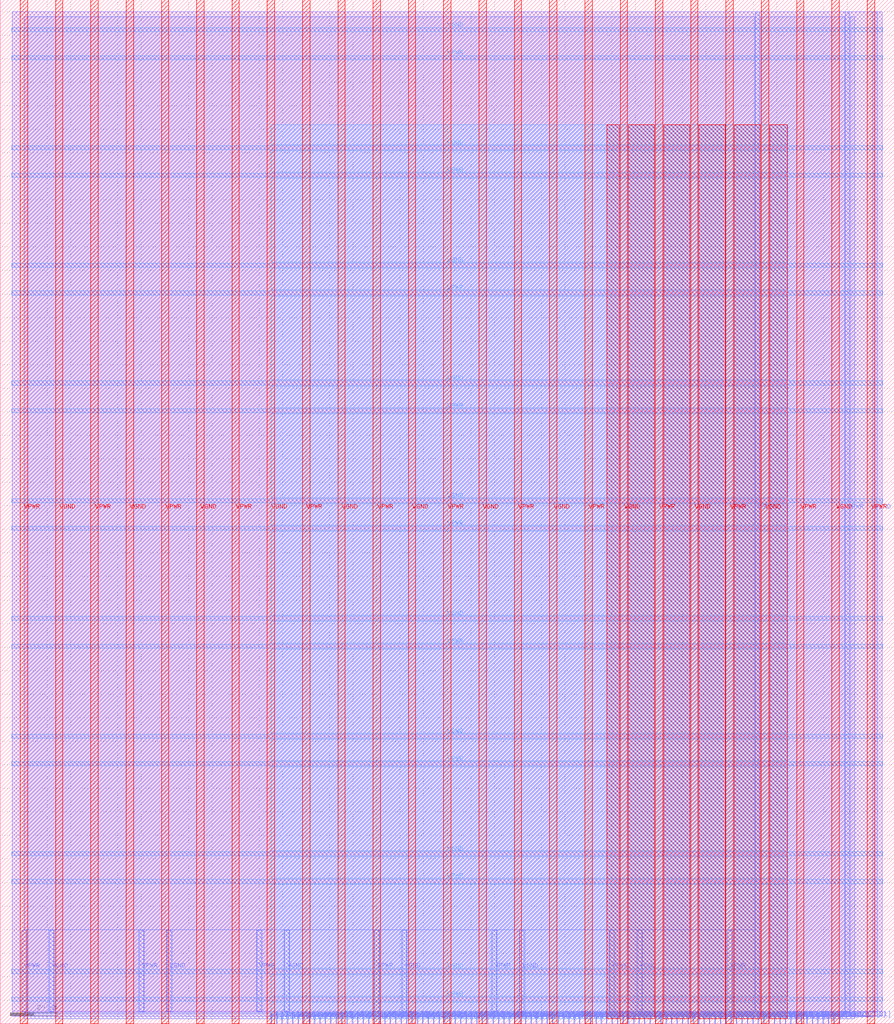
<source format=lef>
VERSION 5.7 ;
  NOWIREEXTENSIONATPIN ON ;
  DIVIDERCHAR "/" ;
  BUSBITCHARS "[]" ;
MACRO SRAM_1024x32
  CLASS BLOCK ;
  FOREIGN SRAM_1024x32 ;
  ORIGIN 0.000 0.000 ;
  SIZE 380.000 BY 435.000 ;
  PIN VGND
    DIRECTION INOUT ;
    USE GROUND ;
    PORT
      LAYER met2 ;
        RECT 20.940 5.200 22.700 39.720 ;
    END
    PORT
      LAYER met2 ;
        RECT 70.940 5.200 72.700 39.720 ;
    END
    PORT
      LAYER met2 ;
        RECT 120.940 5.200 122.700 39.720 ;
    END
    PORT
      LAYER met2 ;
        RECT 170.940 5.200 172.700 39.720 ;
    END
    PORT
      LAYER met2 ;
        RECT 220.940 5.200 222.700 39.720 ;
    END
    PORT
      LAYER met2 ;
        RECT 270.940 5.200 272.700 39.720 ;
    END
    PORT
      LAYER met2 ;
        RECT 320.940 5.200 322.700 430.000 ;
    END
    PORT
      LAYER met2 ;
        RECT 370.940 5.200 372.700 430.000 ;
    END
    PORT
      LAYER met3 ;
        RECT 4.820 21.320 375.140 23.080 ;
    END
    PORT
      LAYER met3 ;
        RECT 4.820 71.320 375.140 73.080 ;
    END
    PORT
      LAYER met3 ;
        RECT 4.820 121.320 375.140 123.080 ;
    END
    PORT
      LAYER met3 ;
        RECT 4.820 171.320 375.140 173.080 ;
    END
    PORT
      LAYER met3 ;
        RECT 4.820 221.320 375.140 223.080 ;
    END
    PORT
      LAYER met3 ;
        RECT 4.820 271.320 375.140 273.080 ;
    END
    PORT
      LAYER met3 ;
        RECT 4.820 321.320 375.140 323.080 ;
    END
    PORT
      LAYER met3 ;
        RECT 4.820 371.320 375.140 373.080 ;
    END
    PORT
      LAYER met3 ;
        RECT 4.820 421.320 375.140 423.080 ;
    END
    PORT
      LAYER met4 ;
        RECT 23.510 0.000 26.610 435.000 ;
    END
    PORT
      LAYER met4 ;
        RECT 53.510 0.000 56.610 435.000 ;
    END
    PORT
      LAYER met4 ;
        RECT 83.510 0.000 86.610 435.000 ;
    END
    PORT
      LAYER met4 ;
        RECT 113.510 0.000 116.610 435.000 ;
    END
    PORT
      LAYER met4 ;
        RECT 143.510 0.000 146.610 435.000 ;
    END
    PORT
      LAYER met4 ;
        RECT 173.510 0.000 176.610 435.000 ;
    END
    PORT
      LAYER met4 ;
        RECT 203.510 0.000 206.610 435.000 ;
    END
    PORT
      LAYER met4 ;
        RECT 233.510 0.000 236.610 435.000 ;
    END
    PORT
      LAYER met4 ;
        RECT 263.510 0.000 266.610 435.000 ;
    END
    PORT
      LAYER met4 ;
        RECT 293.510 0.000 296.610 435.000 ;
    END
    PORT
      LAYER met4 ;
        RECT 323.510 0.000 326.610 435.000 ;
    END
    PORT
      LAYER met4 ;
        RECT 353.510 0.000 356.610 435.000 ;
    END
  END VGND
  PIN VPWR
    DIRECTION INOUT ;
    USE POWER ;
    PORT
      LAYER met2 ;
        RECT 9.180 5.200 10.940 39.720 ;
    END
    PORT
      LAYER met2 ;
        RECT 59.180 5.200 60.940 39.720 ;
    END
    PORT
      LAYER met2 ;
        RECT 109.180 5.200 110.940 39.720 ;
    END
    PORT
      LAYER met2 ;
        RECT 159.180 5.200 160.940 39.720 ;
    END
    PORT
      LAYER met2 ;
        RECT 209.180 5.200 210.940 39.720 ;
    END
    PORT
      LAYER met2 ;
        RECT 259.180 5.200 260.940 39.720 ;
    END
    PORT
      LAYER met2 ;
        RECT 309.180 5.200 310.940 39.720 ;
    END
    PORT
      LAYER met2 ;
        RECT 359.180 5.200 360.940 430.000 ;
    END
    PORT
      LAYER met3 ;
        RECT 4.820 9.560 375.140 11.320 ;
    END
    PORT
      LAYER met3 ;
        RECT 4.820 59.560 375.140 61.320 ;
    END
    PORT
      LAYER met3 ;
        RECT 4.820 109.560 375.140 111.320 ;
    END
    PORT
      LAYER met3 ;
        RECT 4.820 159.560 375.140 161.320 ;
    END
    PORT
      LAYER met3 ;
        RECT 4.820 209.560 375.140 211.320 ;
    END
    PORT
      LAYER met3 ;
        RECT 4.820 259.560 375.140 261.320 ;
    END
    PORT
      LAYER met3 ;
        RECT 4.820 309.560 375.140 311.320 ;
    END
    PORT
      LAYER met3 ;
        RECT 4.820 359.560 375.140 361.320 ;
    END
    PORT
      LAYER met3 ;
        RECT 4.820 409.560 375.140 411.320 ;
    END
    PORT
      LAYER met4 ;
        RECT 8.510 0.000 11.610 435.000 ;
    END
    PORT
      LAYER met4 ;
        RECT 38.510 0.000 41.610 435.000 ;
    END
    PORT
      LAYER met4 ;
        RECT 68.510 0.000 71.610 435.000 ;
    END
    PORT
      LAYER met4 ;
        RECT 98.510 0.000 101.610 435.000 ;
    END
    PORT
      LAYER met4 ;
        RECT 128.510 0.000 131.610 435.000 ;
    END
    PORT
      LAYER met4 ;
        RECT 158.510 0.000 161.610 435.000 ;
    END
    PORT
      LAYER met4 ;
        RECT 188.510 0.000 191.610 435.000 ;
    END
    PORT
      LAYER met4 ;
        RECT 218.510 0.000 221.610 435.000 ;
    END
    PORT
      LAYER met4 ;
        RECT 248.510 0.000 251.610 435.000 ;
    END
    PORT
      LAYER met4 ;
        RECT 278.510 0.000 281.610 435.000 ;
    END
    PORT
      LAYER met4 ;
        RECT 308.510 0.000 311.610 435.000 ;
    END
    PORT
      LAYER met4 ;
        RECT 338.510 0.000 341.610 435.000 ;
    END
    PORT
      LAYER met4 ;
        RECT 368.510 0.000 371.610 435.000 ;
    END
  END VPWR
  PIN wb_clk_i
    DIRECTION INPUT ;
    USE SIGNAL ;
    ANTENNAGATEAREA 0.852000 ;
    PORT
      LAYER met2 ;
        RECT 115.090 0.000 115.370 4.000 ;
    END
  END wb_clk_i
  PIN wb_rst_i
    DIRECTION INPUT ;
    USE SIGNAL ;
    ANTENNAGATEAREA 0.196500 ;
    PORT
      LAYER met2 ;
        RECT 117.390 0.000 117.670 4.000 ;
    END
  END wb_rst_i
  PIN wbs_ack_o
    DIRECTION OUTPUT TRISTATE ;
    USE SIGNAL ;
    ANTENNADIFFAREA 2.673000 ;
    PORT
      LAYER met2 ;
        RECT 119.690 0.000 119.970 4.000 ;
    END
  END wbs_ack_o
  PIN wbs_adr_i[0]
    DIRECTION INPUT ;
    USE SIGNAL ;
    ANTENNAGATEAREA 0.126000 ;
    PORT
      LAYER met2 ;
        RECT 128.890 0.000 129.170 4.000 ;
    END
  END wbs_adr_i[0]
  PIN wbs_adr_i[10]
    DIRECTION INPUT ;
    USE SIGNAL ;
    PORT
      LAYER met2 ;
        RECT 207.090 0.000 207.370 4.000 ;
    END
  END wbs_adr_i[10]
  PIN wbs_adr_i[11]
    DIRECTION INPUT ;
    USE SIGNAL ;
    PORT
      LAYER met2 ;
        RECT 213.990 0.000 214.270 4.000 ;
    END
  END wbs_adr_i[11]
  PIN wbs_adr_i[12]
    DIRECTION INPUT ;
    USE SIGNAL ;
    PORT
      LAYER met2 ;
        RECT 220.890 0.000 221.170 4.000 ;
    END
  END wbs_adr_i[12]
  PIN wbs_adr_i[13]
    DIRECTION INPUT ;
    USE SIGNAL ;
    PORT
      LAYER met2 ;
        RECT 227.790 0.000 228.070 4.000 ;
    END
  END wbs_adr_i[13]
  PIN wbs_adr_i[14]
    DIRECTION INPUT ;
    USE SIGNAL ;
    PORT
      LAYER met2 ;
        RECT 234.690 0.000 234.970 4.000 ;
    END
  END wbs_adr_i[14]
  PIN wbs_adr_i[15]
    DIRECTION INPUT ;
    USE SIGNAL ;
    PORT
      LAYER met2 ;
        RECT 241.590 0.000 241.870 4.000 ;
    END
  END wbs_adr_i[15]
  PIN wbs_adr_i[16]
    DIRECTION INPUT ;
    USE SIGNAL ;
    PORT
      LAYER met2 ;
        RECT 248.490 0.000 248.770 4.000 ;
    END
  END wbs_adr_i[16]
  PIN wbs_adr_i[17]
    DIRECTION INPUT ;
    USE SIGNAL ;
    PORT
      LAYER met2 ;
        RECT 255.390 0.000 255.670 4.000 ;
    END
  END wbs_adr_i[17]
  PIN wbs_adr_i[18]
    DIRECTION INPUT ;
    USE SIGNAL ;
    PORT
      LAYER met2 ;
        RECT 262.290 0.000 262.570 4.000 ;
    END
  END wbs_adr_i[18]
  PIN wbs_adr_i[19]
    DIRECTION INPUT ;
    USE SIGNAL ;
    PORT
      LAYER met2 ;
        RECT 269.190 0.000 269.470 4.000 ;
    END
  END wbs_adr_i[19]
  PIN wbs_adr_i[1]
    DIRECTION INPUT ;
    USE SIGNAL ;
    ANTENNAGATEAREA 0.126000 ;
    PORT
      LAYER met2 ;
        RECT 138.090 0.000 138.370 4.000 ;
    END
  END wbs_adr_i[1]
  PIN wbs_adr_i[20]
    DIRECTION INPUT ;
    USE SIGNAL ;
    PORT
      LAYER met2 ;
        RECT 276.090 0.000 276.370 4.000 ;
    END
  END wbs_adr_i[20]
  PIN wbs_adr_i[21]
    DIRECTION INPUT ;
    USE SIGNAL ;
    PORT
      LAYER met2 ;
        RECT 282.990 0.000 283.270 4.000 ;
    END
  END wbs_adr_i[21]
  PIN wbs_adr_i[22]
    DIRECTION INPUT ;
    USE SIGNAL ;
    PORT
      LAYER met2 ;
        RECT 289.890 0.000 290.170 4.000 ;
    END
  END wbs_adr_i[22]
  PIN wbs_adr_i[23]
    DIRECTION INPUT ;
    USE SIGNAL ;
    PORT
      LAYER met2 ;
        RECT 296.790 0.000 297.070 4.000 ;
    END
  END wbs_adr_i[23]
  PIN wbs_adr_i[24]
    DIRECTION INPUT ;
    USE SIGNAL ;
    PORT
      LAYER met2 ;
        RECT 303.690 0.000 303.970 4.000 ;
    END
  END wbs_adr_i[24]
  PIN wbs_adr_i[25]
    DIRECTION INPUT ;
    USE SIGNAL ;
    PORT
      LAYER met2 ;
        RECT 310.590 0.000 310.870 4.000 ;
    END
  END wbs_adr_i[25]
  PIN wbs_adr_i[26]
    DIRECTION INPUT ;
    USE SIGNAL ;
    PORT
      LAYER met2 ;
        RECT 317.490 0.000 317.770 4.000 ;
    END
  END wbs_adr_i[26]
  PIN wbs_adr_i[27]
    DIRECTION INPUT ;
    USE SIGNAL ;
    PORT
      LAYER met2 ;
        RECT 324.390 0.000 324.670 4.000 ;
    END
  END wbs_adr_i[27]
  PIN wbs_adr_i[28]
    DIRECTION INPUT ;
    USE SIGNAL ;
    PORT
      LAYER met2 ;
        RECT 331.290 0.000 331.570 4.000 ;
    END
  END wbs_adr_i[28]
  PIN wbs_adr_i[29]
    DIRECTION INPUT ;
    USE SIGNAL ;
    PORT
      LAYER met2 ;
        RECT 338.190 0.000 338.470 4.000 ;
    END
  END wbs_adr_i[29]
  PIN wbs_adr_i[2]
    DIRECTION INPUT ;
    USE SIGNAL ;
    ANTENNAGATEAREA 0.126000 ;
    PORT
      LAYER met2 ;
        RECT 147.290 0.000 147.570 4.000 ;
    END
  END wbs_adr_i[2]
  PIN wbs_adr_i[30]
    DIRECTION INPUT ;
    USE SIGNAL ;
    PORT
      LAYER met2 ;
        RECT 345.090 0.000 345.370 4.000 ;
    END
  END wbs_adr_i[30]
  PIN wbs_adr_i[31]
    DIRECTION INPUT ;
    USE SIGNAL ;
    PORT
      LAYER met2 ;
        RECT 351.990 0.000 352.270 4.000 ;
    END
  END wbs_adr_i[31]
  PIN wbs_adr_i[3]
    DIRECTION INPUT ;
    USE SIGNAL ;
    ANTENNAGATEAREA 0.126000 ;
    PORT
      LAYER met2 ;
        RECT 156.490 0.000 156.770 4.000 ;
    END
  END wbs_adr_i[3]
  PIN wbs_adr_i[4]
    DIRECTION INPUT ;
    USE SIGNAL ;
    ANTENNAGATEAREA 0.126000 ;
    PORT
      LAYER met2 ;
        RECT 165.690 0.000 165.970 4.000 ;
    END
  END wbs_adr_i[4]
  PIN wbs_adr_i[5]
    DIRECTION INPUT ;
    USE SIGNAL ;
    ANTENNAGATEAREA 0.126000 ;
    PORT
      LAYER met2 ;
        RECT 172.590 0.000 172.870 4.000 ;
    END
  END wbs_adr_i[5]
  PIN wbs_adr_i[6]
    DIRECTION INPUT ;
    USE SIGNAL ;
    ANTENNAGATEAREA 0.126000 ;
    PORT
      LAYER met2 ;
        RECT 179.490 0.000 179.770 4.000 ;
    END
  END wbs_adr_i[6]
  PIN wbs_adr_i[7]
    DIRECTION INPUT ;
    USE SIGNAL ;
    ANTENNAGATEAREA 0.126000 ;
    PORT
      LAYER met2 ;
        RECT 186.390 0.000 186.670 4.000 ;
    END
  END wbs_adr_i[7]
  PIN wbs_adr_i[8]
    DIRECTION INPUT ;
    USE SIGNAL ;
    ANTENNAGATEAREA 0.126000 ;
    PORT
      LAYER met2 ;
        RECT 193.290 0.000 193.570 4.000 ;
    END
  END wbs_adr_i[8]
  PIN wbs_adr_i[9]
    DIRECTION INPUT ;
    USE SIGNAL ;
    ANTENNAGATEAREA 0.126000 ;
    PORT
      LAYER met2 ;
        RECT 200.190 0.000 200.470 4.000 ;
    END
  END wbs_adr_i[9]
  PIN wbs_cyc_i
    DIRECTION INPUT ;
    USE SIGNAL ;
    ANTENNAGATEAREA 0.196500 ;
    PORT
      LAYER met2 ;
        RECT 121.990 0.000 122.270 4.000 ;
    END
  END wbs_cyc_i
  PIN wbs_dat_i[0]
    DIRECTION INPUT ;
    USE SIGNAL ;
    ANTENNAGATEAREA 0.126000 ;
    PORT
      LAYER met2 ;
        RECT 131.190 0.000 131.470 4.000 ;
    END
  END wbs_dat_i[0]
  PIN wbs_dat_i[10]
    DIRECTION INPUT ;
    USE SIGNAL ;
    ANTENNAGATEAREA 0.126000 ;
    PORT
      LAYER met2 ;
        RECT 209.390 0.000 209.670 4.000 ;
    END
  END wbs_dat_i[10]
  PIN wbs_dat_i[11]
    DIRECTION INPUT ;
    USE SIGNAL ;
    ANTENNAGATEAREA 0.126000 ;
    PORT
      LAYER met2 ;
        RECT 216.290 0.000 216.570 4.000 ;
    END
  END wbs_dat_i[11]
  PIN wbs_dat_i[12]
    DIRECTION INPUT ;
    USE SIGNAL ;
    ANTENNAGATEAREA 0.126000 ;
    PORT
      LAYER met2 ;
        RECT 223.190 0.000 223.470 4.000 ;
    END
  END wbs_dat_i[12]
  PIN wbs_dat_i[13]
    DIRECTION INPUT ;
    USE SIGNAL ;
    ANTENNAGATEAREA 0.126000 ;
    PORT
      LAYER met2 ;
        RECT 230.090 0.000 230.370 4.000 ;
    END
  END wbs_dat_i[13]
  PIN wbs_dat_i[14]
    DIRECTION INPUT ;
    USE SIGNAL ;
    ANTENNAGATEAREA 0.126000 ;
    PORT
      LAYER met2 ;
        RECT 236.990 0.000 237.270 4.000 ;
    END
  END wbs_dat_i[14]
  PIN wbs_dat_i[15]
    DIRECTION INPUT ;
    USE SIGNAL ;
    ANTENNAGATEAREA 0.126000 ;
    PORT
      LAYER met2 ;
        RECT 243.890 0.000 244.170 4.000 ;
    END
  END wbs_dat_i[15]
  PIN wbs_dat_i[16]
    DIRECTION INPUT ;
    USE SIGNAL ;
    ANTENNAGATEAREA 0.126000 ;
    PORT
      LAYER met2 ;
        RECT 250.790 0.000 251.070 4.000 ;
    END
  END wbs_dat_i[16]
  PIN wbs_dat_i[17]
    DIRECTION INPUT ;
    USE SIGNAL ;
    ANTENNAGATEAREA 0.126000 ;
    PORT
      LAYER met2 ;
        RECT 257.690 0.000 257.970 4.000 ;
    END
  END wbs_dat_i[17]
  PIN wbs_dat_i[18]
    DIRECTION INPUT ;
    USE SIGNAL ;
    ANTENNAGATEAREA 0.126000 ;
    PORT
      LAYER met2 ;
        RECT 264.590 0.000 264.870 4.000 ;
    END
  END wbs_dat_i[18]
  PIN wbs_dat_i[19]
    DIRECTION INPUT ;
    USE SIGNAL ;
    ANTENNAGATEAREA 0.126000 ;
    PORT
      LAYER met2 ;
        RECT 271.490 0.000 271.770 4.000 ;
    END
  END wbs_dat_i[19]
  PIN wbs_dat_i[1]
    DIRECTION INPUT ;
    USE SIGNAL ;
    ANTENNAGATEAREA 0.126000 ;
    PORT
      LAYER met2 ;
        RECT 140.390 0.000 140.670 4.000 ;
    END
  END wbs_dat_i[1]
  PIN wbs_dat_i[20]
    DIRECTION INPUT ;
    USE SIGNAL ;
    ANTENNAGATEAREA 0.126000 ;
    PORT
      LAYER met2 ;
        RECT 278.390 0.000 278.670 4.000 ;
    END
  END wbs_dat_i[20]
  PIN wbs_dat_i[21]
    DIRECTION INPUT ;
    USE SIGNAL ;
    ANTENNAGATEAREA 0.126000 ;
    PORT
      LAYER met2 ;
        RECT 285.290 0.000 285.570 4.000 ;
    END
  END wbs_dat_i[21]
  PIN wbs_dat_i[22]
    DIRECTION INPUT ;
    USE SIGNAL ;
    ANTENNAGATEAREA 0.126000 ;
    PORT
      LAYER met2 ;
        RECT 292.190 0.000 292.470 4.000 ;
    END
  END wbs_dat_i[22]
  PIN wbs_dat_i[23]
    DIRECTION INPUT ;
    USE SIGNAL ;
    ANTENNAGATEAREA 0.126000 ;
    PORT
      LAYER met2 ;
        RECT 299.090 0.000 299.370 4.000 ;
    END
  END wbs_dat_i[23]
  PIN wbs_dat_i[24]
    DIRECTION INPUT ;
    USE SIGNAL ;
    ANTENNAGATEAREA 0.126000 ;
    PORT
      LAYER met2 ;
        RECT 305.990 0.000 306.270 4.000 ;
    END
  END wbs_dat_i[24]
  PIN wbs_dat_i[25]
    DIRECTION INPUT ;
    USE SIGNAL ;
    ANTENNAGATEAREA 0.126000 ;
    PORT
      LAYER met2 ;
        RECT 312.890 0.000 313.170 4.000 ;
    END
  END wbs_dat_i[25]
  PIN wbs_dat_i[26]
    DIRECTION INPUT ;
    USE SIGNAL ;
    ANTENNAGATEAREA 0.126000 ;
    PORT
      LAYER met2 ;
        RECT 319.790 0.000 320.070 4.000 ;
    END
  END wbs_dat_i[26]
  PIN wbs_dat_i[27]
    DIRECTION INPUT ;
    USE SIGNAL ;
    ANTENNAGATEAREA 0.126000 ;
    PORT
      LAYER met2 ;
        RECT 326.690 0.000 326.970 4.000 ;
    END
  END wbs_dat_i[27]
  PIN wbs_dat_i[28]
    DIRECTION INPUT ;
    USE SIGNAL ;
    ANTENNAGATEAREA 0.126000 ;
    PORT
      LAYER met2 ;
        RECT 333.590 0.000 333.870 4.000 ;
    END
  END wbs_dat_i[28]
  PIN wbs_dat_i[29]
    DIRECTION INPUT ;
    USE SIGNAL ;
    ANTENNAGATEAREA 0.126000 ;
    PORT
      LAYER met2 ;
        RECT 340.490 0.000 340.770 4.000 ;
    END
  END wbs_dat_i[29]
  PIN wbs_dat_i[2]
    DIRECTION INPUT ;
    USE SIGNAL ;
    ANTENNAGATEAREA 0.126000 ;
    PORT
      LAYER met2 ;
        RECT 149.590 0.000 149.870 4.000 ;
    END
  END wbs_dat_i[2]
  PIN wbs_dat_i[30]
    DIRECTION INPUT ;
    USE SIGNAL ;
    ANTENNAGATEAREA 0.126000 ;
    PORT
      LAYER met2 ;
        RECT 347.390 0.000 347.670 4.000 ;
    END
  END wbs_dat_i[30]
  PIN wbs_dat_i[31]
    DIRECTION INPUT ;
    USE SIGNAL ;
    ANTENNAGATEAREA 0.126000 ;
    PORT
      LAYER met2 ;
        RECT 354.290 0.000 354.570 4.000 ;
    END
  END wbs_dat_i[31]
  PIN wbs_dat_i[3]
    DIRECTION INPUT ;
    USE SIGNAL ;
    ANTENNAGATEAREA 0.126000 ;
    PORT
      LAYER met2 ;
        RECT 158.790 0.000 159.070 4.000 ;
    END
  END wbs_dat_i[3]
  PIN wbs_dat_i[4]
    DIRECTION INPUT ;
    USE SIGNAL ;
    ANTENNAGATEAREA 0.126000 ;
    PORT
      LAYER met2 ;
        RECT 167.990 0.000 168.270 4.000 ;
    END
  END wbs_dat_i[4]
  PIN wbs_dat_i[5]
    DIRECTION INPUT ;
    USE SIGNAL ;
    ANTENNAGATEAREA 0.126000 ;
    PORT
      LAYER met2 ;
        RECT 174.890 0.000 175.170 4.000 ;
    END
  END wbs_dat_i[5]
  PIN wbs_dat_i[6]
    DIRECTION INPUT ;
    USE SIGNAL ;
    ANTENNAGATEAREA 0.126000 ;
    PORT
      LAYER met2 ;
        RECT 181.790 0.000 182.070 4.000 ;
    END
  END wbs_dat_i[6]
  PIN wbs_dat_i[7]
    DIRECTION INPUT ;
    USE SIGNAL ;
    ANTENNAGATEAREA 0.126000 ;
    PORT
      LAYER met2 ;
        RECT 188.690 0.000 188.970 4.000 ;
    END
  END wbs_dat_i[7]
  PIN wbs_dat_i[8]
    DIRECTION INPUT ;
    USE SIGNAL ;
    ANTENNAGATEAREA 0.126000 ;
    PORT
      LAYER met2 ;
        RECT 195.590 0.000 195.870 4.000 ;
    END
  END wbs_dat_i[8]
  PIN wbs_dat_i[9]
    DIRECTION INPUT ;
    USE SIGNAL ;
    ANTENNAGATEAREA 0.126000 ;
    PORT
      LAYER met2 ;
        RECT 202.490 0.000 202.770 4.000 ;
    END
  END wbs_dat_i[9]
  PIN wbs_dat_o[0]
    DIRECTION OUTPUT TRISTATE ;
    USE SIGNAL ;
    ANTENNADIFFAREA 2.673000 ;
    PORT
      LAYER met2 ;
        RECT 133.490 0.000 133.770 4.000 ;
    END
  END wbs_dat_o[0]
  PIN wbs_dat_o[10]
    DIRECTION OUTPUT TRISTATE ;
    USE SIGNAL ;
    ANTENNADIFFAREA 2.673000 ;
    PORT
      LAYER met2 ;
        RECT 211.690 0.000 211.970 4.000 ;
    END
  END wbs_dat_o[10]
  PIN wbs_dat_o[11]
    DIRECTION OUTPUT TRISTATE ;
    USE SIGNAL ;
    ANTENNADIFFAREA 2.673000 ;
    PORT
      LAYER met2 ;
        RECT 218.590 0.000 218.870 4.000 ;
    END
  END wbs_dat_o[11]
  PIN wbs_dat_o[12]
    DIRECTION OUTPUT TRISTATE ;
    USE SIGNAL ;
    ANTENNADIFFAREA 2.673000 ;
    PORT
      LAYER met2 ;
        RECT 225.490 0.000 225.770 4.000 ;
    END
  END wbs_dat_o[12]
  PIN wbs_dat_o[13]
    DIRECTION OUTPUT TRISTATE ;
    USE SIGNAL ;
    ANTENNADIFFAREA 2.673000 ;
    PORT
      LAYER met2 ;
        RECT 232.390 0.000 232.670 4.000 ;
    END
  END wbs_dat_o[13]
  PIN wbs_dat_o[14]
    DIRECTION OUTPUT TRISTATE ;
    USE SIGNAL ;
    ANTENNADIFFAREA 2.673000 ;
    PORT
      LAYER met2 ;
        RECT 239.290 0.000 239.570 4.000 ;
    END
  END wbs_dat_o[14]
  PIN wbs_dat_o[15]
    DIRECTION OUTPUT TRISTATE ;
    USE SIGNAL ;
    ANTENNADIFFAREA 2.673000 ;
    PORT
      LAYER met2 ;
        RECT 246.190 0.000 246.470 4.000 ;
    END
  END wbs_dat_o[15]
  PIN wbs_dat_o[16]
    DIRECTION OUTPUT TRISTATE ;
    USE SIGNAL ;
    ANTENNADIFFAREA 2.673000 ;
    PORT
      LAYER met2 ;
        RECT 253.090 0.000 253.370 4.000 ;
    END
  END wbs_dat_o[16]
  PIN wbs_dat_o[17]
    DIRECTION OUTPUT TRISTATE ;
    USE SIGNAL ;
    ANTENNADIFFAREA 2.673000 ;
    PORT
      LAYER met2 ;
        RECT 259.990 0.000 260.270 4.000 ;
    END
  END wbs_dat_o[17]
  PIN wbs_dat_o[18]
    DIRECTION OUTPUT TRISTATE ;
    USE SIGNAL ;
    ANTENNADIFFAREA 2.673000 ;
    PORT
      LAYER met2 ;
        RECT 266.890 0.000 267.170 4.000 ;
    END
  END wbs_dat_o[18]
  PIN wbs_dat_o[19]
    DIRECTION OUTPUT TRISTATE ;
    USE SIGNAL ;
    ANTENNADIFFAREA 2.673000 ;
    PORT
      LAYER met2 ;
        RECT 273.790 0.000 274.070 4.000 ;
    END
  END wbs_dat_o[19]
  PIN wbs_dat_o[1]
    DIRECTION OUTPUT TRISTATE ;
    USE SIGNAL ;
    ANTENNADIFFAREA 2.673000 ;
    PORT
      LAYER met2 ;
        RECT 142.690 0.000 142.970 4.000 ;
    END
  END wbs_dat_o[1]
  PIN wbs_dat_o[20]
    DIRECTION OUTPUT TRISTATE ;
    USE SIGNAL ;
    ANTENNADIFFAREA 2.673000 ;
    PORT
      LAYER met2 ;
        RECT 280.690 0.000 280.970 4.000 ;
    END
  END wbs_dat_o[20]
  PIN wbs_dat_o[21]
    DIRECTION OUTPUT TRISTATE ;
    USE SIGNAL ;
    ANTENNADIFFAREA 2.673000 ;
    PORT
      LAYER met2 ;
        RECT 287.590 0.000 287.870 4.000 ;
    END
  END wbs_dat_o[21]
  PIN wbs_dat_o[22]
    DIRECTION OUTPUT TRISTATE ;
    USE SIGNAL ;
    ANTENNADIFFAREA 2.673000 ;
    PORT
      LAYER met2 ;
        RECT 294.490 0.000 294.770 4.000 ;
    END
  END wbs_dat_o[22]
  PIN wbs_dat_o[23]
    DIRECTION OUTPUT TRISTATE ;
    USE SIGNAL ;
    ANTENNADIFFAREA 2.673000 ;
    PORT
      LAYER met2 ;
        RECT 301.390 0.000 301.670 4.000 ;
    END
  END wbs_dat_o[23]
  PIN wbs_dat_o[24]
    DIRECTION OUTPUT TRISTATE ;
    USE SIGNAL ;
    ANTENNADIFFAREA 2.673000 ;
    PORT
      LAYER met2 ;
        RECT 308.290 0.000 308.570 4.000 ;
    END
  END wbs_dat_o[24]
  PIN wbs_dat_o[25]
    DIRECTION OUTPUT TRISTATE ;
    USE SIGNAL ;
    ANTENNADIFFAREA 2.673000 ;
    PORT
      LAYER met2 ;
        RECT 315.190 0.000 315.470 4.000 ;
    END
  END wbs_dat_o[25]
  PIN wbs_dat_o[26]
    DIRECTION OUTPUT TRISTATE ;
    USE SIGNAL ;
    ANTENNADIFFAREA 2.673000 ;
    PORT
      LAYER met2 ;
        RECT 322.090 0.000 322.370 4.000 ;
    END
  END wbs_dat_o[26]
  PIN wbs_dat_o[27]
    DIRECTION OUTPUT TRISTATE ;
    USE SIGNAL ;
    ANTENNADIFFAREA 2.673000 ;
    PORT
      LAYER met2 ;
        RECT 328.990 0.000 329.270 4.000 ;
    END
  END wbs_dat_o[27]
  PIN wbs_dat_o[28]
    DIRECTION OUTPUT TRISTATE ;
    USE SIGNAL ;
    ANTENNADIFFAREA 2.673000 ;
    PORT
      LAYER met2 ;
        RECT 335.890 0.000 336.170 4.000 ;
    END
  END wbs_dat_o[28]
  PIN wbs_dat_o[29]
    DIRECTION OUTPUT TRISTATE ;
    USE SIGNAL ;
    ANTENNADIFFAREA 2.673000 ;
    PORT
      LAYER met2 ;
        RECT 342.790 0.000 343.070 4.000 ;
    END
  END wbs_dat_o[29]
  PIN wbs_dat_o[2]
    DIRECTION OUTPUT TRISTATE ;
    USE SIGNAL ;
    ANTENNADIFFAREA 2.673000 ;
    PORT
      LAYER met2 ;
        RECT 151.890 0.000 152.170 4.000 ;
    END
  END wbs_dat_o[2]
  PIN wbs_dat_o[30]
    DIRECTION OUTPUT TRISTATE ;
    USE SIGNAL ;
    ANTENNADIFFAREA 2.673000 ;
    PORT
      LAYER met2 ;
        RECT 349.690 0.000 349.970 4.000 ;
    END
  END wbs_dat_o[30]
  PIN wbs_dat_o[31]
    DIRECTION OUTPUT TRISTATE ;
    USE SIGNAL ;
    ANTENNADIFFAREA 2.673000 ;
    PORT
      LAYER met2 ;
        RECT 356.590 0.000 356.870 4.000 ;
    END
  END wbs_dat_o[31]
  PIN wbs_dat_o[3]
    DIRECTION OUTPUT TRISTATE ;
    USE SIGNAL ;
    ANTENNADIFFAREA 2.673000 ;
    PORT
      LAYER met2 ;
        RECT 161.090 0.000 161.370 4.000 ;
    END
  END wbs_dat_o[3]
  PIN wbs_dat_o[4]
    DIRECTION OUTPUT TRISTATE ;
    USE SIGNAL ;
    ANTENNADIFFAREA 2.673000 ;
    PORT
      LAYER met2 ;
        RECT 170.290 0.000 170.570 4.000 ;
    END
  END wbs_dat_o[4]
  PIN wbs_dat_o[5]
    DIRECTION OUTPUT TRISTATE ;
    USE SIGNAL ;
    ANTENNADIFFAREA 2.673000 ;
    PORT
      LAYER met2 ;
        RECT 177.190 0.000 177.470 4.000 ;
    END
  END wbs_dat_o[5]
  PIN wbs_dat_o[6]
    DIRECTION OUTPUT TRISTATE ;
    USE SIGNAL ;
    ANTENNADIFFAREA 2.673000 ;
    PORT
      LAYER met2 ;
        RECT 184.090 0.000 184.370 4.000 ;
    END
  END wbs_dat_o[6]
  PIN wbs_dat_o[7]
    DIRECTION OUTPUT TRISTATE ;
    USE SIGNAL ;
    ANTENNADIFFAREA 2.673000 ;
    PORT
      LAYER met2 ;
        RECT 190.990 0.000 191.270 4.000 ;
    END
  END wbs_dat_o[7]
  PIN wbs_dat_o[8]
    DIRECTION OUTPUT TRISTATE ;
    USE SIGNAL ;
    ANTENNADIFFAREA 2.673000 ;
    PORT
      LAYER met2 ;
        RECT 197.890 0.000 198.170 4.000 ;
    END
  END wbs_dat_o[8]
  PIN wbs_dat_o[9]
    DIRECTION OUTPUT TRISTATE ;
    USE SIGNAL ;
    ANTENNADIFFAREA 2.673000 ;
    PORT
      LAYER met2 ;
        RECT 204.790 0.000 205.070 4.000 ;
    END
  END wbs_dat_o[9]
  PIN wbs_sel_i[0]
    DIRECTION INPUT ;
    USE SIGNAL ;
    ANTENNAGATEAREA 0.126000 ;
    PORT
      LAYER met2 ;
        RECT 135.790 0.000 136.070 4.000 ;
    END
  END wbs_sel_i[0]
  PIN wbs_sel_i[1]
    DIRECTION INPUT ;
    USE SIGNAL ;
    ANTENNAGATEAREA 0.126000 ;
    PORT
      LAYER met2 ;
        RECT 144.990 0.000 145.270 4.000 ;
    END
  END wbs_sel_i[1]
  PIN wbs_sel_i[2]
    DIRECTION INPUT ;
    USE SIGNAL ;
    ANTENNAGATEAREA 0.126000 ;
    PORT
      LAYER met2 ;
        RECT 154.190 0.000 154.470 4.000 ;
    END
  END wbs_sel_i[2]
  PIN wbs_sel_i[3]
    DIRECTION INPUT ;
    USE SIGNAL ;
    ANTENNAGATEAREA 0.126000 ;
    PORT
      LAYER met2 ;
        RECT 163.390 0.000 163.670 4.000 ;
    END
  END wbs_sel_i[3]
  PIN wbs_stb_i
    DIRECTION INPUT ;
    USE SIGNAL ;
    ANTENNAGATEAREA 0.196500 ;
    PORT
      LAYER met2 ;
        RECT 124.290 0.000 124.570 4.000 ;
    END
  END wbs_stb_i
  PIN wbs_we_i
    DIRECTION INPUT ;
    USE SIGNAL ;
    ANTENNAGATEAREA 0.126000 ;
    PORT
      LAYER met2 ;
        RECT 126.590 0.000 126.870 4.000 ;
    END
  END wbs_we_i
  OBS
      LAYER li1 ;
        RECT 5.060 5.355 374.900 429.845 ;
      LAYER met1 ;
        RECT 5.060 3.100 374.900 430.000 ;
      LAYER met2 ;
        RECT 10.100 40.000 320.660 427.870 ;
        RECT 11.220 4.920 20.660 40.000 ;
        RECT 22.980 4.920 58.900 40.000 ;
        RECT 61.220 4.920 70.660 40.000 ;
        RECT 72.980 4.920 108.900 40.000 ;
        RECT 111.220 4.920 120.660 40.000 ;
        RECT 122.980 4.920 158.900 40.000 ;
        RECT 161.220 4.920 170.660 40.000 ;
        RECT 172.980 4.920 208.900 40.000 ;
        RECT 211.220 4.920 220.660 40.000 ;
        RECT 222.980 4.920 258.900 40.000 ;
        RECT 261.220 4.920 270.660 40.000 ;
        RECT 272.980 4.920 308.900 40.000 ;
        RECT 311.220 4.920 320.660 40.000 ;
        RECT 322.980 4.920 358.900 427.870 ;
        RECT 361.220 4.920 363.300 427.870 ;
        RECT 10.100 4.280 363.300 4.920 ;
        RECT 10.100 2.195 114.810 4.280 ;
        RECT 115.650 2.195 117.110 4.280 ;
        RECT 117.950 2.195 119.410 4.280 ;
        RECT 120.250 2.195 121.710 4.280 ;
        RECT 122.550 2.195 124.010 4.280 ;
        RECT 124.850 2.195 126.310 4.280 ;
        RECT 127.150 2.195 128.610 4.280 ;
        RECT 129.450 2.195 130.910 4.280 ;
        RECT 131.750 2.195 133.210 4.280 ;
        RECT 134.050 2.195 135.510 4.280 ;
        RECT 136.350 2.195 137.810 4.280 ;
        RECT 138.650 2.195 140.110 4.280 ;
        RECT 140.950 2.195 142.410 4.280 ;
        RECT 143.250 2.195 144.710 4.280 ;
        RECT 145.550 2.195 147.010 4.280 ;
        RECT 147.850 2.195 149.310 4.280 ;
        RECT 150.150 2.195 151.610 4.280 ;
        RECT 152.450 2.195 153.910 4.280 ;
        RECT 154.750 2.195 156.210 4.280 ;
        RECT 157.050 2.195 158.510 4.280 ;
        RECT 159.350 2.195 160.810 4.280 ;
        RECT 161.650 2.195 163.110 4.280 ;
        RECT 163.950 2.195 165.410 4.280 ;
        RECT 166.250 2.195 167.710 4.280 ;
        RECT 168.550 2.195 170.010 4.280 ;
        RECT 170.850 2.195 172.310 4.280 ;
        RECT 173.150 2.195 174.610 4.280 ;
        RECT 175.450 2.195 176.910 4.280 ;
        RECT 177.750 2.195 179.210 4.280 ;
        RECT 180.050 2.195 181.510 4.280 ;
        RECT 182.350 2.195 183.810 4.280 ;
        RECT 184.650 2.195 186.110 4.280 ;
        RECT 186.950 2.195 188.410 4.280 ;
        RECT 189.250 2.195 190.710 4.280 ;
        RECT 191.550 2.195 193.010 4.280 ;
        RECT 193.850 2.195 195.310 4.280 ;
        RECT 196.150 2.195 197.610 4.280 ;
        RECT 198.450 2.195 199.910 4.280 ;
        RECT 200.750 2.195 202.210 4.280 ;
        RECT 203.050 2.195 204.510 4.280 ;
        RECT 205.350 2.195 206.810 4.280 ;
        RECT 207.650 2.195 209.110 4.280 ;
        RECT 209.950 2.195 211.410 4.280 ;
        RECT 212.250 2.195 213.710 4.280 ;
        RECT 214.550 2.195 216.010 4.280 ;
        RECT 216.850 2.195 218.310 4.280 ;
        RECT 219.150 2.195 220.610 4.280 ;
        RECT 221.450 2.195 222.910 4.280 ;
        RECT 223.750 2.195 225.210 4.280 ;
        RECT 226.050 2.195 227.510 4.280 ;
        RECT 228.350 2.195 229.810 4.280 ;
        RECT 230.650 2.195 232.110 4.280 ;
        RECT 232.950 2.195 234.410 4.280 ;
        RECT 235.250 2.195 236.710 4.280 ;
        RECT 237.550 2.195 239.010 4.280 ;
        RECT 239.850 2.195 241.310 4.280 ;
        RECT 242.150 2.195 243.610 4.280 ;
        RECT 244.450 2.195 245.910 4.280 ;
        RECT 246.750 2.195 248.210 4.280 ;
        RECT 249.050 2.195 250.510 4.280 ;
        RECT 251.350 2.195 252.810 4.280 ;
        RECT 253.650 2.195 255.110 4.280 ;
        RECT 255.950 2.195 257.410 4.280 ;
        RECT 258.250 2.195 259.710 4.280 ;
        RECT 260.550 2.195 262.010 4.280 ;
        RECT 262.850 2.195 264.310 4.280 ;
        RECT 265.150 2.195 266.610 4.280 ;
        RECT 267.450 2.195 268.910 4.280 ;
        RECT 269.750 2.195 271.210 4.280 ;
        RECT 272.050 2.195 273.510 4.280 ;
        RECT 274.350 2.195 275.810 4.280 ;
        RECT 276.650 2.195 278.110 4.280 ;
        RECT 278.950 2.195 280.410 4.280 ;
        RECT 281.250 2.195 282.710 4.280 ;
        RECT 283.550 2.195 285.010 4.280 ;
        RECT 285.850 2.195 287.310 4.280 ;
        RECT 288.150 2.195 289.610 4.280 ;
        RECT 290.450 2.195 291.910 4.280 ;
        RECT 292.750 2.195 294.210 4.280 ;
        RECT 295.050 2.195 296.510 4.280 ;
        RECT 297.350 2.195 298.810 4.280 ;
        RECT 299.650 2.195 301.110 4.280 ;
        RECT 301.950 2.195 303.410 4.280 ;
        RECT 304.250 2.195 305.710 4.280 ;
        RECT 306.550 2.195 308.010 4.280 ;
        RECT 308.850 2.195 310.310 4.280 ;
        RECT 311.150 2.195 312.610 4.280 ;
        RECT 313.450 2.195 314.910 4.280 ;
        RECT 315.750 2.195 317.210 4.280 ;
        RECT 318.050 2.195 319.510 4.280 ;
        RECT 320.350 2.195 321.810 4.280 ;
        RECT 322.650 2.195 324.110 4.280 ;
        RECT 324.950 2.195 326.410 4.280 ;
        RECT 327.250 2.195 328.710 4.280 ;
        RECT 329.550 2.195 331.010 4.280 ;
        RECT 331.850 2.195 333.310 4.280 ;
        RECT 334.150 2.195 335.610 4.280 ;
        RECT 336.450 2.195 337.910 4.280 ;
        RECT 338.750 2.195 340.210 4.280 ;
        RECT 341.050 2.195 342.510 4.280 ;
        RECT 343.350 2.195 344.810 4.280 ;
        RECT 345.650 2.195 347.110 4.280 ;
        RECT 347.950 2.195 349.410 4.280 ;
        RECT 350.250 2.195 351.710 4.280 ;
        RECT 352.550 2.195 354.010 4.280 ;
        RECT 354.850 2.195 356.310 4.280 ;
        RECT 357.150 2.195 363.300 4.280 ;
      LAYER met3 ;
        RECT 115.065 373.480 334.815 381.985 ;
        RECT 115.065 361.720 334.815 370.920 ;
        RECT 115.065 323.480 334.815 359.160 ;
        RECT 115.065 311.720 334.815 320.920 ;
        RECT 115.065 273.480 334.815 309.160 ;
        RECT 115.065 261.720 334.815 270.920 ;
        RECT 115.065 223.480 334.815 259.160 ;
        RECT 115.065 211.720 334.815 220.920 ;
        RECT 115.065 173.480 334.815 209.160 ;
        RECT 115.065 161.720 334.815 170.920 ;
        RECT 115.065 123.480 334.815 159.160 ;
        RECT 115.065 111.720 334.815 120.920 ;
        RECT 115.065 73.480 334.815 109.160 ;
        RECT 115.065 61.720 334.815 70.920 ;
        RECT 115.065 23.480 334.815 59.160 ;
        RECT 115.065 11.720 334.815 20.920 ;
        RECT 115.065 2.215 334.815 9.160 ;
      LAYER met4 ;
        RECT 257.895 2.215 263.110 381.985 ;
        RECT 267.010 2.215 278.110 381.985 ;
        RECT 282.010 2.215 293.110 381.985 ;
        RECT 297.010 2.215 308.110 381.985 ;
        RECT 312.010 2.215 323.110 381.985 ;
        RECT 327.010 2.215 334.585 381.985 ;
  END
END SRAM_1024x32
END LIBRARY


</source>
